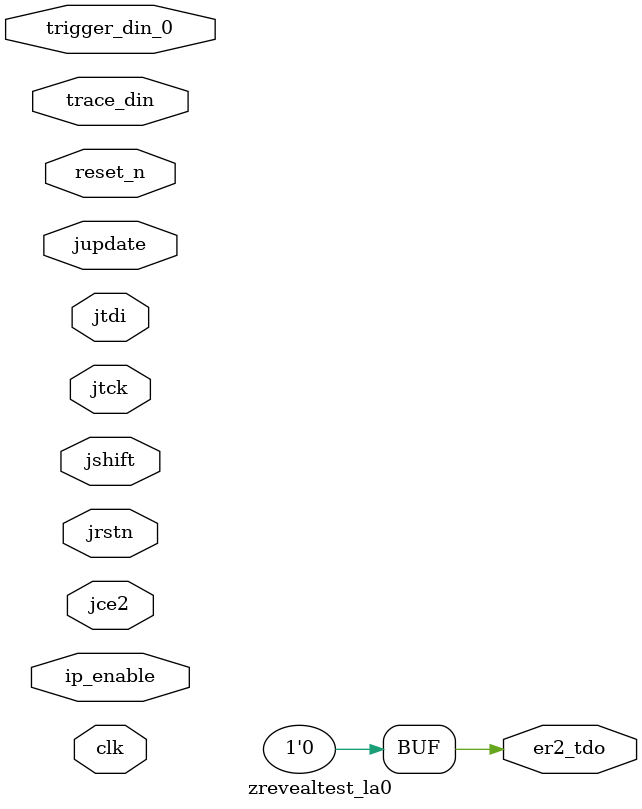
<source format=v>

/* WARNING - Changes to this file should be performed by re-running IPexpress
or modifying the .LPC file and regenerating the core.  Other changes may lead
to inconsistent simulation and/or implemenation results */

module zrevealtest_la0 (
    clk,
    reset_n,
    jtck,
    jrstn,
    jce2,
    jtdi,
    er2_tdo,
    jshift,
    jupdate,
    trigger_din_0,
    trace_din,
    ip_enable
);

// PARAMETERS DEFINED BY USER
localparam NUM_TRACE_SIGNALS   = 17;
localparam NUM_TRIGGER_SIGNALS = 2;
localparam INCLUDE_TRIG_DATA   = 0;
localparam NUM_TU_BITS_0       = 2;

input  clk;
input  reset_n;
input  jtck;
input  jrstn;
input  jce2;
input  jtdi;
output er2_tdo;
input  jshift;
input  jupdate;
input  [NUM_TU_BITS_0 -1:0] trigger_din_0;
input  [NUM_TRACE_SIGNALS + (NUM_TRIGGER_SIGNALS * INCLUDE_TRIG_DATA) -1:0] trace_din;
input  ip_enable;

assign er2_tdo = 1'b0;

endmodule

</source>
